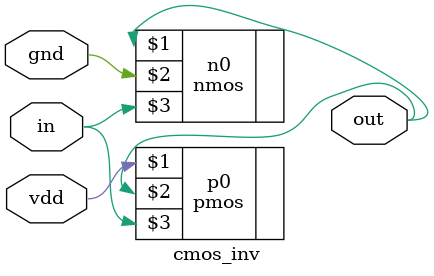
<source format=v>
module cmos_inv(vdd,gnd,in,out);
input vdd, gnd;
input in;
output out;

pmos p0(vdd,out,in);
nmos n0(out,gnd,in);
endmodule
</source>
